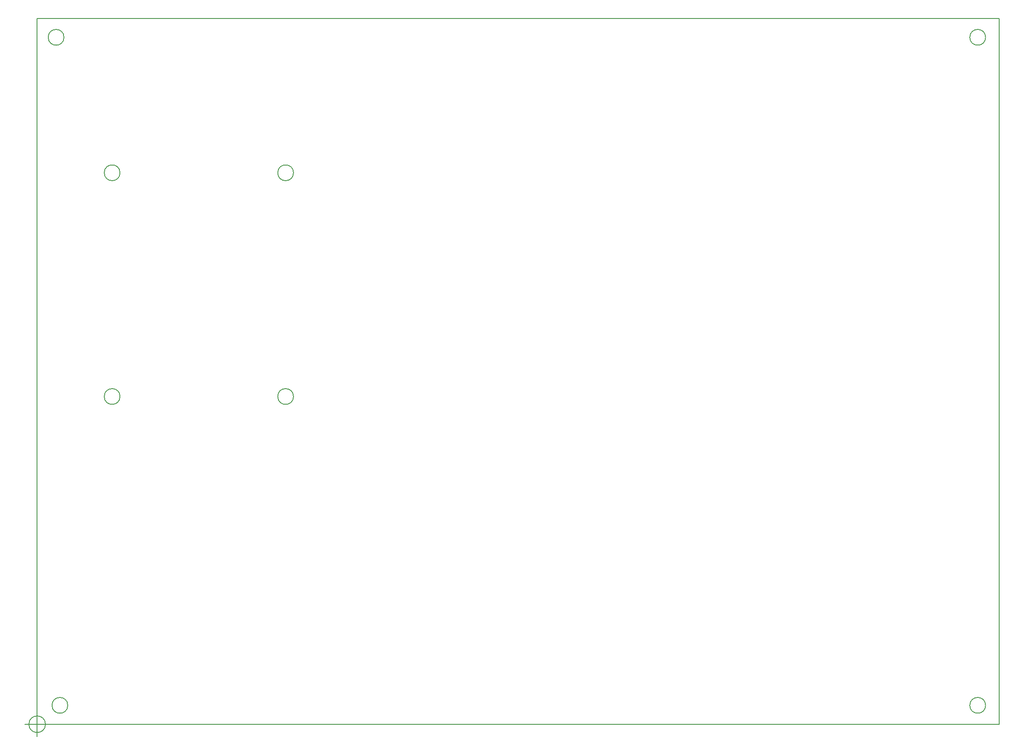
<source format=gbr>
G04 #@! TF.GenerationSoftware,KiCad,Pcbnew,(6.0.0)*
G04 #@! TF.CreationDate,2022-05-11T19:18:30-07:00*
G04 #@! TF.ProjectId,CampKeen,43616d70-4b65-4656-9e2e-6b696361645f,rev?*
G04 #@! TF.SameCoordinates,Original*
G04 #@! TF.FileFunction,Profile,NP*
%FSLAX46Y46*%
G04 Gerber Fmt 4.6, Leading zero omitted, Abs format (unit mm)*
G04 Created by KiCad (PCBNEW (6.0.0)) date 2022-05-11 19:18:30*
%MOMM*%
%LPD*%
G01*
G04 APERTURE LIST*
G04 #@! TA.AperFunction,Profile*
%ADD10C,0.150000*%
G04 #@! TD*
G04 APERTURE END LIST*
D10*
X107332500Y-231100000D02*
G75*
G03*
X107332500Y-231100000I-1587500J0D01*
G01*
X117852460Y-168865177D02*
G75*
G03*
X117852460Y-168865177I-1587500J0D01*
G01*
X294848000Y-92670000D02*
X294848000Y-234910000D01*
X152777460Y-168865177D02*
G75*
G03*
X152777460Y-168865177I-1587500J0D01*
G01*
X294848000Y-234910000D02*
X101173000Y-234910000D01*
X152777460Y-123780177D02*
G75*
G03*
X152777460Y-123780177I-1587500J0D01*
G01*
X292117500Y-231100000D02*
G75*
G03*
X292117500Y-231100000I-1587500J0D01*
G01*
X101173000Y-234910000D02*
X101173000Y-92670000D01*
X101173000Y-92670000D02*
X294848000Y-92670000D01*
X106570500Y-96480000D02*
G75*
G03*
X106570500Y-96480000I-1587500J0D01*
G01*
X117852460Y-123780177D02*
G75*
G03*
X117852460Y-123780177I-1587500J0D01*
G01*
X292117500Y-96480000D02*
G75*
G03*
X292117500Y-96480000I-1587500J0D01*
G01*
X102839666Y-234910000D02*
G75*
G03*
X102839666Y-234910000I-1666666J0D01*
G01*
X98673000Y-234910000D02*
X103673000Y-234910000D01*
X101173000Y-232410000D02*
X101173000Y-237410000D01*
M02*

</source>
